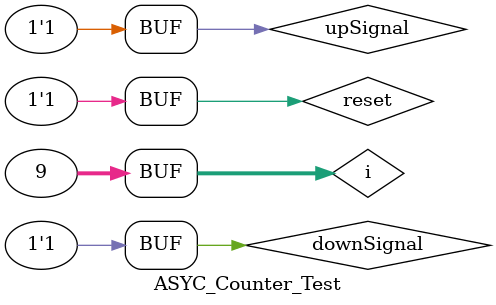
<source format=v>
module ASYC_Counter_Test ();
    reg upSignal ; 
    reg downSignal ; 
    reg reset ; 
    wire [2:0] stateOutput ;     

    ASYC_Counter counterUT(
        .upSignal(upSignal) , 
        .downSignal(downSignal), 
        .reset(reset) , 
        .stateOutput(stateOutput)
    ); 
    integer i ; 
    initial begin
        reset = 0 ;
        upSignal = 1 ; 
        downSignal = 1 ;  
        #10 ;
        reset = 1 ;


        for (i  = 0 ; i < 9 ; i = i+1 ) begin
            upSignal = 0 ;
            #5 ;
            upSignal = 1 ;
            #5 ;     
        end

        for (i  = 0 ; i < 9 ; i = i+1 ) begin
            downSignal = 0 ; 
            #5 ;
            downSignal = 1 ; 
            #5 ;      
        end
    end

endmodule
</source>
